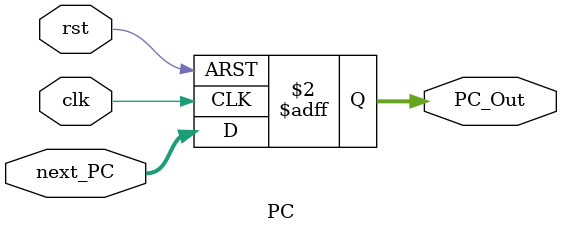
<source format=v>
module PC (
    input clk, 
    input rst,
    input [31:0] next_PC,
    output reg [31:0] PC_Out
);
    always @(posedge clk or posedge rst) begin
        if (rst)
            PC_Out <= 32'b0;
        else
            PC_Out <= next_PC;
    end
endmodule

</source>
